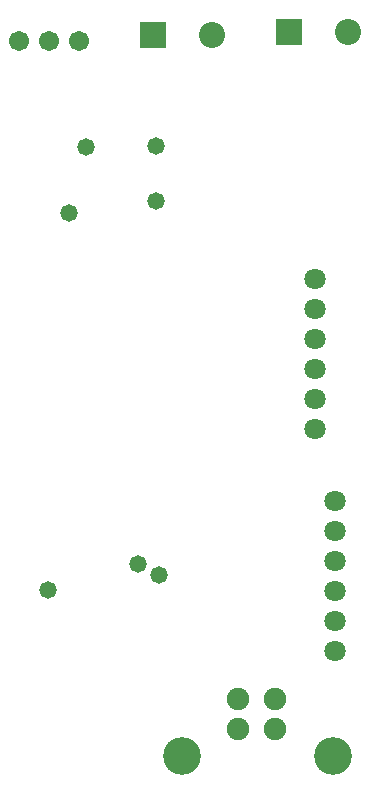
<source format=gbs>
%FSLAX44Y44*%
%MOMM*%
G71*
G01*
G75*
G04 Layer_Color=16711935*
%ADD10R,2.0000X3.1000*%
%ADD11R,2.0000X0.8400*%
%ADD12R,5.5000X1.5000*%
%ADD13R,0.6000X0.9000*%
%ADD14R,0.9000X0.6000*%
%ADD15R,0.6000X2.0000*%
%ADD16R,1.6000X2.1800*%
%ADD17C,1.0000*%
%ADD18C,0.2540*%
%ADD19C,0.5000*%
%ADD20C,0.4000*%
%ADD21C,0.3000*%
%ADD22C,1.7000*%
%ADD23C,3.0000*%
%ADD24C,2.0000*%
%ADD25R,2.0000X2.0000*%
%ADD26C,1.6000*%
%ADD27C,1.5000*%
%ADD28C,1.2700*%
%ADD29C,0.1000*%
%ADD30C,0.2000*%
%ADD31C,0.1500*%
%ADD32R,2.2032X3.3032*%
%ADD33R,2.2032X1.0432*%
%ADD34R,5.7032X1.7032*%
%ADD35R,0.8032X1.1032*%
%ADD36R,1.1032X0.8032*%
%ADD37R,0.8032X2.2032*%
%ADD38R,1.8032X2.3832*%
%ADD39C,1.9032*%
%ADD40C,3.2032*%
%ADD41C,2.2032*%
%ADD42R,2.2032X2.2032*%
%ADD43C,1.8032*%
%ADD44C,1.7032*%
%ADD45C,1.4732*%
D39*
X463290Y649980D02*
D03*
X494290D02*
D03*
Y624980D02*
D03*
X463290D02*
D03*
D40*
X415290Y601980D02*
D03*
X543290D02*
D03*
D41*
X556260Y1215390D02*
D03*
X440690Y1212850D02*
D03*
D42*
X506260Y1215390D02*
D03*
X390690Y1212850D02*
D03*
D43*
X528320Y1005730D02*
D03*
Y980330D02*
D03*
Y954930D02*
D03*
Y929530D02*
D03*
Y904130D02*
D03*
Y878730D02*
D03*
X544830Y817770D02*
D03*
Y792370D02*
D03*
Y766970D02*
D03*
Y741570D02*
D03*
Y716170D02*
D03*
Y690770D02*
D03*
D44*
X328500Y1207340D02*
D03*
X303100D02*
D03*
X277500D02*
D03*
D45*
X396240Y755650D02*
D03*
X378460Y764540D02*
D03*
X393700Y1071880D02*
D03*
X320040Y1061720D02*
D03*
X393700Y1118870D02*
D03*
X334010Y1117600D02*
D03*
X302260Y742950D02*
D03*
M02*

</source>
